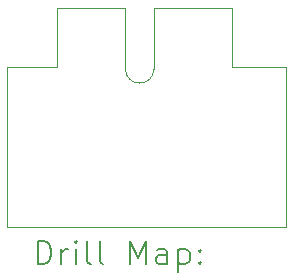
<source format=gbr>
%TF.GenerationSoftware,KiCad,Pcbnew,8.0.2-1*%
%TF.CreationDate,2024-09-13T14:37:25-04:00*%
%TF.ProjectId,Dummy Board,44756d6d-7920-4426-9f61-72642e6b6963,rev?*%
%TF.SameCoordinates,Original*%
%TF.FileFunction,Drillmap*%
%TF.FilePolarity,Positive*%
%FSLAX45Y45*%
G04 Gerber Fmt 4.5, Leading zero omitted, Abs format (unit mm)*
G04 Created by KiCad (PCBNEW 8.0.2-1) date 2024-09-13 14:37:25*
%MOMM*%
%LPD*%
G01*
G04 APERTURE LIST*
%ADD10C,0.050000*%
%ADD11C,0.120000*%
%ADD12C,0.200000*%
G04 APERTURE END LIST*
D10*
X12640000Y-9220000D02*
X15000000Y-9220000D01*
X12640000Y-8720000D02*
X12640000Y-9220000D01*
X15000000Y-8720000D02*
X15000000Y-9220000D01*
X13057500Y-7860000D02*
X12640000Y-7860000D01*
X15000000Y-8720000D02*
X15000000Y-8000000D01*
X12640000Y-8720000D02*
X12640000Y-8000000D01*
X15000000Y-7860000D02*
X15000000Y-8000000D01*
X12640000Y-8000000D02*
X12640000Y-7860000D01*
X14542500Y-7860000D02*
X15000000Y-7860000D01*
D11*
X13057500Y-7360000D02*
X13057500Y-7860000D01*
X13640500Y-7360000D02*
X13057500Y-7360000D01*
X13640500Y-7880000D02*
X13640500Y-7360000D01*
X13880500Y-7360000D02*
X13880500Y-7880000D01*
X14542500Y-7360000D02*
X13880500Y-7360000D01*
X14542500Y-7860000D02*
X14542500Y-7360000D01*
X13880500Y-7880000D02*
G75*
G02*
X13640500Y-7880000I-120000J0D01*
G01*
D12*
X12898277Y-9533984D02*
X12898277Y-9333984D01*
X12898277Y-9333984D02*
X12945896Y-9333984D01*
X12945896Y-9333984D02*
X12974467Y-9343508D01*
X12974467Y-9343508D02*
X12993515Y-9362555D01*
X12993515Y-9362555D02*
X13003039Y-9381603D01*
X13003039Y-9381603D02*
X13012562Y-9419698D01*
X13012562Y-9419698D02*
X13012562Y-9448270D01*
X13012562Y-9448270D02*
X13003039Y-9486365D01*
X13003039Y-9486365D02*
X12993515Y-9505412D01*
X12993515Y-9505412D02*
X12974467Y-9524460D01*
X12974467Y-9524460D02*
X12945896Y-9533984D01*
X12945896Y-9533984D02*
X12898277Y-9533984D01*
X13098277Y-9533984D02*
X13098277Y-9400650D01*
X13098277Y-9438746D02*
X13107801Y-9419698D01*
X13107801Y-9419698D02*
X13117324Y-9410174D01*
X13117324Y-9410174D02*
X13136372Y-9400650D01*
X13136372Y-9400650D02*
X13155420Y-9400650D01*
X13222086Y-9533984D02*
X13222086Y-9400650D01*
X13222086Y-9333984D02*
X13212562Y-9343508D01*
X13212562Y-9343508D02*
X13222086Y-9353031D01*
X13222086Y-9353031D02*
X13231610Y-9343508D01*
X13231610Y-9343508D02*
X13222086Y-9333984D01*
X13222086Y-9333984D02*
X13222086Y-9353031D01*
X13345896Y-9533984D02*
X13326848Y-9524460D01*
X13326848Y-9524460D02*
X13317324Y-9505412D01*
X13317324Y-9505412D02*
X13317324Y-9333984D01*
X13450658Y-9533984D02*
X13431610Y-9524460D01*
X13431610Y-9524460D02*
X13422086Y-9505412D01*
X13422086Y-9505412D02*
X13422086Y-9333984D01*
X13679229Y-9533984D02*
X13679229Y-9333984D01*
X13679229Y-9333984D02*
X13745896Y-9476841D01*
X13745896Y-9476841D02*
X13812562Y-9333984D01*
X13812562Y-9333984D02*
X13812562Y-9533984D01*
X13993515Y-9533984D02*
X13993515Y-9429222D01*
X13993515Y-9429222D02*
X13983991Y-9410174D01*
X13983991Y-9410174D02*
X13964943Y-9400650D01*
X13964943Y-9400650D02*
X13926848Y-9400650D01*
X13926848Y-9400650D02*
X13907801Y-9410174D01*
X13993515Y-9524460D02*
X13974467Y-9533984D01*
X13974467Y-9533984D02*
X13926848Y-9533984D01*
X13926848Y-9533984D02*
X13907801Y-9524460D01*
X13907801Y-9524460D02*
X13898277Y-9505412D01*
X13898277Y-9505412D02*
X13898277Y-9486365D01*
X13898277Y-9486365D02*
X13907801Y-9467317D01*
X13907801Y-9467317D02*
X13926848Y-9457793D01*
X13926848Y-9457793D02*
X13974467Y-9457793D01*
X13974467Y-9457793D02*
X13993515Y-9448270D01*
X14088753Y-9400650D02*
X14088753Y-9600650D01*
X14088753Y-9410174D02*
X14107801Y-9400650D01*
X14107801Y-9400650D02*
X14145896Y-9400650D01*
X14145896Y-9400650D02*
X14164943Y-9410174D01*
X14164943Y-9410174D02*
X14174467Y-9419698D01*
X14174467Y-9419698D02*
X14183991Y-9438746D01*
X14183991Y-9438746D02*
X14183991Y-9495889D01*
X14183991Y-9495889D02*
X14174467Y-9514936D01*
X14174467Y-9514936D02*
X14164943Y-9524460D01*
X14164943Y-9524460D02*
X14145896Y-9533984D01*
X14145896Y-9533984D02*
X14107801Y-9533984D01*
X14107801Y-9533984D02*
X14088753Y-9524460D01*
X14269705Y-9514936D02*
X14279229Y-9524460D01*
X14279229Y-9524460D02*
X14269705Y-9533984D01*
X14269705Y-9533984D02*
X14260182Y-9524460D01*
X14260182Y-9524460D02*
X14269705Y-9514936D01*
X14269705Y-9514936D02*
X14269705Y-9533984D01*
X14269705Y-9410174D02*
X14279229Y-9419698D01*
X14279229Y-9419698D02*
X14269705Y-9429222D01*
X14269705Y-9429222D02*
X14260182Y-9419698D01*
X14260182Y-9419698D02*
X14269705Y-9410174D01*
X14269705Y-9410174D02*
X14269705Y-9429222D01*
M02*

</source>
